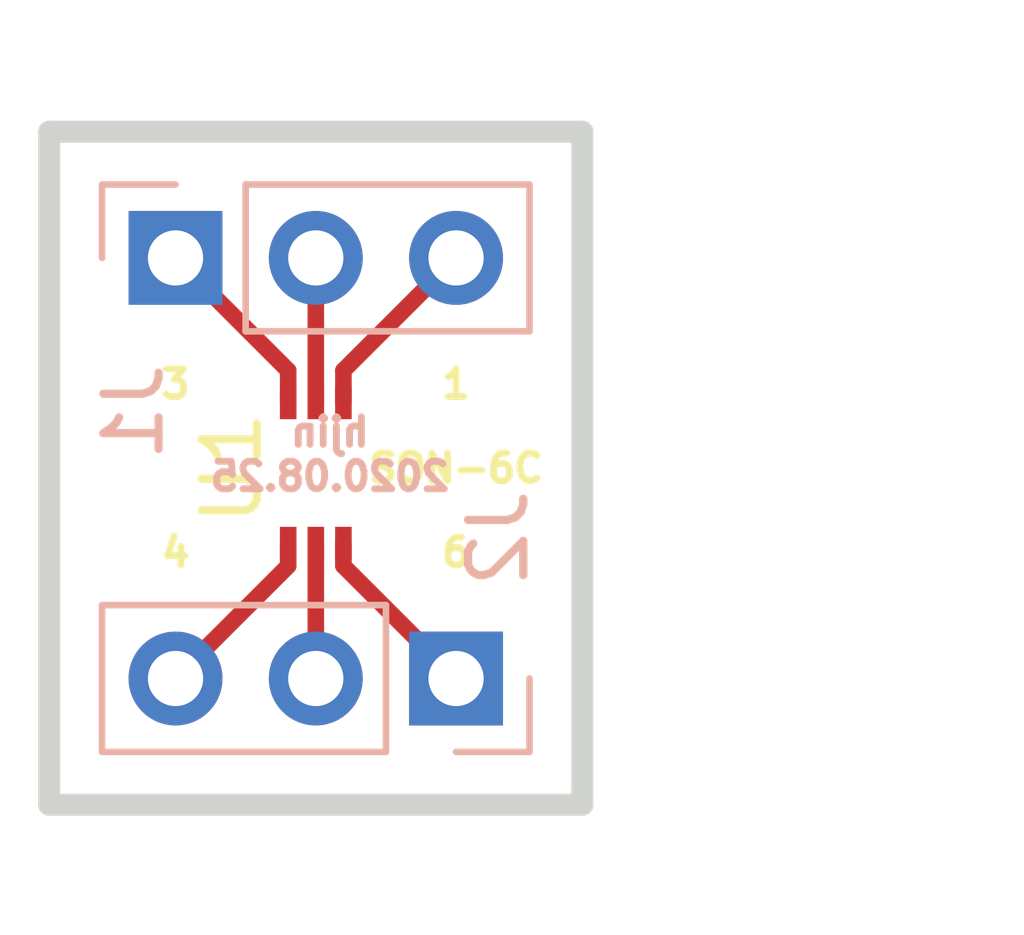
<source format=kicad_pcb>
(kicad_pcb (version 20171130) (host pcbnew "(5.1.6-0-10_14)")

  (general
    (thickness 1.6)
    (drawings 11)
    (tracks 10)
    (zones 0)
    (modules 3)
    (nets 7)
  )

  (page A4)
  (layers
    (0 F.Cu signal)
    (31 B.Cu signal)
    (32 B.Adhes user)
    (33 F.Adhes user)
    (34 B.Paste user)
    (35 F.Paste user)
    (36 B.SilkS user)
    (37 F.SilkS user)
    (38 B.Mask user)
    (39 F.Mask user)
    (40 Dwgs.User user)
    (41 Cmts.User user)
    (42 Eco1.User user)
    (43 Eco2.User user)
    (44 Edge.Cuts user)
    (45 Margin user)
    (46 B.CrtYd user)
    (47 F.CrtYd user)
    (48 B.Fab user)
    (49 F.Fab user)
  )

  (setup
    (last_trace_width 0.25)
    (trace_clearance 0.2)
    (zone_clearance 0.508)
    (zone_45_only no)
    (trace_min 0.2)
    (via_size 0.8)
    (via_drill 0.4)
    (via_min_size 0.4)
    (via_min_drill 0.3)
    (uvia_size 0.3)
    (uvia_drill 0.1)
    (uvias_allowed no)
    (uvia_min_size 0.2)
    (uvia_min_drill 0.1)
    (edge_width 0.05)
    (segment_width 0.2)
    (pcb_text_width 0.3)
    (pcb_text_size 1.5 1.5)
    (mod_edge_width 0.12)
    (mod_text_size 1 1)
    (mod_text_width 0.15)
    (pad_size 1.524 1.524)
    (pad_drill 0.762)
    (pad_to_mask_clearance 0.05)
    (aux_axis_origin 0 0)
    (visible_elements FFFFFF7F)
    (pcbplotparams
      (layerselection 0x010fc_ffffffff)
      (usegerberextensions true)
      (usegerberattributes true)
      (usegerberadvancedattributes true)
      (creategerberjobfile true)
      (excludeedgelayer true)
      (linewidth 0.100000)
      (plotframeref false)
      (viasonmask false)
      (mode 1)
      (useauxorigin false)
      (hpglpennumber 1)
      (hpglpenspeed 20)
      (hpglpendiameter 15.000000)
      (psnegative false)
      (psa4output false)
      (plotreference true)
      (plotvalue true)
      (plotinvisibletext false)
      (padsonsilk false)
      (subtractmaskfromsilk false)
      (outputformat 1)
      (mirror false)
      (drillshape 0)
      (scaleselection 1)
      (outputdirectory "gerber/"))
  )

  (net 0 "")
  (net 1 "Net-(J1-Pad3)")
  (net 2 "Net-(J1-Pad2)")
  (net 3 "Net-(J1-Pad1)")
  (net 4 "Net-(J2-Pad1)")
  (net 5 "Net-(J2-Pad2)")
  (net 6 "Net-(J2-Pad3)")

  (net_class Default "This is the default net class."
    (clearance 0.2)
    (trace_width 0.25)
    (via_dia 0.8)
    (via_drill 0.4)
    (uvia_dia 0.3)
    (uvia_drill 0.1)
    (add_net "Net-(J1-Pad1)")
    (add_net "Net-(J1-Pad2)")
    (add_net "Net-(J1-Pad3)")
    (add_net "Net-(J2-Pad1)")
    (add_net "Net-(J2-Pad2)")
    (add_net "Net-(J2-Pad3)")
  )

  (module Connector_PinHeader_2.54mm:PinHeader_1x03_P2.54mm_Vertical (layer B.Cu) (tedit 59FED5CC) (tstamp 5F456268)
    (at 142.24 60.96 270)
    (descr "Through hole straight pin header, 1x03, 2.54mm pitch, single row")
    (tags "Through hole pin header THT 1x03 2.54mm single row")
    (path /5F44BA5B)
    (fp_text reference J1 (at 2.794 0.762 270) (layer B.SilkS)
      (effects (font (size 1 1) (thickness 0.15)) (justify mirror))
    )
    (fp_text value Conn_01x03 (at 0 -7.41 270) (layer B.Fab)
      (effects (font (size 1 1) (thickness 0.15)) (justify mirror))
    )
    (fp_text user %R (at 0 -2.54) (layer B.Fab)
      (effects (font (size 1 1) (thickness 0.15)) (justify mirror))
    )
    (fp_line (start -0.635 1.27) (end 1.27 1.27) (layer B.Fab) (width 0.1))
    (fp_line (start 1.27 1.27) (end 1.27 -6.35) (layer B.Fab) (width 0.1))
    (fp_line (start 1.27 -6.35) (end -1.27 -6.35) (layer B.Fab) (width 0.1))
    (fp_line (start -1.27 -6.35) (end -1.27 0.635) (layer B.Fab) (width 0.1))
    (fp_line (start -1.27 0.635) (end -0.635 1.27) (layer B.Fab) (width 0.1))
    (fp_line (start -1.33 -6.41) (end 1.33 -6.41) (layer B.SilkS) (width 0.12))
    (fp_line (start -1.33 -1.27) (end -1.33 -6.41) (layer B.SilkS) (width 0.12))
    (fp_line (start 1.33 -1.27) (end 1.33 -6.41) (layer B.SilkS) (width 0.12))
    (fp_line (start -1.33 -1.27) (end 1.33 -1.27) (layer B.SilkS) (width 0.12))
    (fp_line (start -1.33 0) (end -1.33 1.33) (layer B.SilkS) (width 0.12))
    (fp_line (start -1.33 1.33) (end 0 1.33) (layer B.SilkS) (width 0.12))
    (fp_line (start -1.8 1.8) (end -1.8 -6.85) (layer B.CrtYd) (width 0.05))
    (fp_line (start -1.8 -6.85) (end 1.8 -6.85) (layer B.CrtYd) (width 0.05))
    (fp_line (start 1.8 -6.85) (end 1.8 1.8) (layer B.CrtYd) (width 0.05))
    (fp_line (start 1.8 1.8) (end -1.8 1.8) (layer B.CrtYd) (width 0.05))
    (pad 3 thru_hole oval (at 0 -5.08 270) (size 1.7 1.7) (drill 1) (layers *.Cu *.Mask)
      (net 1 "Net-(J1-Pad3)"))
    (pad 2 thru_hole oval (at 0 -2.54 270) (size 1.7 1.7) (drill 1) (layers *.Cu *.Mask)
      (net 2 "Net-(J1-Pad2)"))
    (pad 1 thru_hole rect (at 0 0 270) (size 1.7 1.7) (drill 1) (layers *.Cu *.Mask)
      (net 3 "Net-(J1-Pad1)"))
    (model ${KISYS3DMOD}/Connector_PinHeader_2.54mm.3dshapes/PinHeader_1x03_P2.54mm_Vertical.wrl
      (at (xyz 0 0 0))
      (scale (xyz 1 1 1))
      (rotate (xyz 0 0 0))
    )
  )

  (module Connector_PinHeader_2.54mm:PinHeader_1x03_P2.54mm_Vertical (layer B.Cu) (tedit 59FED5CC) (tstamp 5F45661F)
    (at 147.32 68.58 90)
    (descr "Through hole straight pin header, 1x03, 2.54mm pitch, single row")
    (tags "Through hole pin header THT 1x03 2.54mm single row")
    (path /5F44B190)
    (fp_text reference J2 (at 2.54 0.762 -90) (layer B.SilkS)
      (effects (font (size 1 1) (thickness 0.15)) (justify mirror))
    )
    (fp_text value Conn_01x03 (at 0 -7.41 -90) (layer B.Fab)
      (effects (font (size 1 1) (thickness 0.15)) (justify mirror))
    )
    (fp_line (start 1.8 1.8) (end -1.8 1.8) (layer B.CrtYd) (width 0.05))
    (fp_line (start 1.8 -6.85) (end 1.8 1.8) (layer B.CrtYd) (width 0.05))
    (fp_line (start -1.8 -6.85) (end 1.8 -6.85) (layer B.CrtYd) (width 0.05))
    (fp_line (start -1.8 1.8) (end -1.8 -6.85) (layer B.CrtYd) (width 0.05))
    (fp_line (start -1.33 1.33) (end 0 1.33) (layer B.SilkS) (width 0.12))
    (fp_line (start -1.33 0) (end -1.33 1.33) (layer B.SilkS) (width 0.12))
    (fp_line (start -1.33 -1.27) (end 1.33 -1.27) (layer B.SilkS) (width 0.12))
    (fp_line (start 1.33 -1.27) (end 1.33 -6.41) (layer B.SilkS) (width 0.12))
    (fp_line (start -1.33 -1.27) (end -1.33 -6.41) (layer B.SilkS) (width 0.12))
    (fp_line (start -1.33 -6.41) (end 1.33 -6.41) (layer B.SilkS) (width 0.12))
    (fp_line (start -1.27 0.635) (end -0.635 1.27) (layer B.Fab) (width 0.1))
    (fp_line (start -1.27 -6.35) (end -1.27 0.635) (layer B.Fab) (width 0.1))
    (fp_line (start 1.27 -6.35) (end -1.27 -6.35) (layer B.Fab) (width 0.1))
    (fp_line (start 1.27 1.27) (end 1.27 -6.35) (layer B.Fab) (width 0.1))
    (fp_line (start -0.635 1.27) (end 1.27 1.27) (layer B.Fab) (width 0.1))
    (fp_text user %R (at 0 -2.54) (layer B.Fab)
      (effects (font (size 1 1) (thickness 0.15)) (justify mirror))
    )
    (pad 1 thru_hole rect (at 0 0 90) (size 1.7 1.7) (drill 1) (layers *.Cu *.Mask)
      (net 4 "Net-(J2-Pad1)"))
    (pad 2 thru_hole oval (at 0 -2.54 90) (size 1.7 1.7) (drill 1) (layers *.Cu *.Mask)
      (net 5 "Net-(J2-Pad2)"))
    (pad 3 thru_hole oval (at 0 -5.08 90) (size 1.7 1.7) (drill 1) (layers *.Cu *.Mask)
      (net 6 "Net-(J2-Pad3)"))
    (model ${KISYS3DMOD}/Connector_PinHeader_2.54mm.3dshapes/PinHeader_1x03_P2.54mm_Vertical.wrl
      (at (xyz 0 0 0))
      (scale (xyz 1 1 1))
      (rotate (xyz 0 0 0))
    )
  )

  (module hjin:SON-6C (layer F.Cu) (tedit 5F44AF58) (tstamp 5F456289)
    (at 145.28 65.532 180)
    (path /5F449EB8)
    (fp_text reference U1 (at 2.024 0.762 90) (layer F.SilkS)
      (effects (font (size 1 1) (thickness 0.15)))
    )
    (fp_text value S-5420 (at 0 -2.8) (layer F.Fab)
      (effects (font (size 1 1) (thickness 0.15)))
    )
    (pad 1 smd rect (at 0 1.95 180) (size 0.3 0.6) (layers F.Cu F.Paste F.Mask)
      (net 1 "Net-(J1-Pad3)"))
    (pad 2 smd rect (at 0.5 1.95 180) (size 0.3 0.6) (layers F.Cu F.Paste F.Mask)
      (net 2 "Net-(J1-Pad2)"))
    (pad 3 smd rect (at 1 1.95 180) (size 0.3 0.6) (layers F.Cu F.Paste F.Mask)
      (net 3 "Net-(J1-Pad1)"))
    (pad 6 smd rect (at 0 -0.6 180) (size 0.3 0.6) (layers F.Cu F.Paste F.Mask)
      (net 4 "Net-(J2-Pad1)"))
    (pad 5 smd rect (at 0.5 -0.6 180) (size 0.3 0.6) (layers F.Cu F.Paste F.Mask)
      (net 5 "Net-(J2-Pad2)"))
    (pad 4 smd rect (at 1 -0.6 180) (size 0.3 0.6) (layers F.Cu F.Paste F.Mask)
      (net 6 "Net-(J2-Pad3)"))
  )

  (gr_line (start 139.954 70.866) (end 139.954 58.674) (layer Edge.Cuts) (width 0.4) (tstamp 5F4566C1))
  (gr_line (start 149.606 70.866) (end 139.954 70.866) (layer Edge.Cuts) (width 0.4))
  (gr_line (start 149.606 58.674) (end 149.606 70.866) (layer Edge.Cuts) (width 0.4))
  (gr_line (start 139.954 58.674) (end 149.606 58.674) (layer Edge.Cuts) (width 0.4))
  (gr_text "hjin\n2020.08.25" (at 145.034 64.516) (layer B.SilkS)
    (effects (font (size 0.5 0.5) (thickness 0.125)) (justify mirror))
  )
  (gr_text SON-6C (at 147.32 64.77) (layer F.SilkS)
    (effects (font (size 0.5 0.5) (thickness 0.125)))
  )
  (gr_text 6 (at 147.32 66.294) (layer F.SilkS)
    (effects (font (size 0.5 0.5) (thickness 0.125)))
  )
  (gr_text 4 (at 142.24 66.294) (layer F.SilkS)
    (effects (font (size 0.5 0.5) (thickness 0.125)))
  )
  (gr_text 3 (at 142.24 63.246) (layer F.SilkS)
    (effects (font (size 0.5 0.5) (thickness 0.125)))
  )
  (gr_text 1 (at 147.32 63.246) (layer F.SilkS)
    (effects (font (size 0.5 0.5) (thickness 0.125)))
  )
  (dimension 7.62 (width 0.15) (layer Dwgs.User)
    (gr_text "0.3000 in" (at 156.24 64.77 270) (layer Dwgs.User)
      (effects (font (size 1 1) (thickness 0.15)))
    )
    (feature1 (pts (xy 152.4 68.58) (xy 155.526421 68.58)))
    (feature2 (pts (xy 152.4 60.96) (xy 155.526421 60.96)))
    (crossbar (pts (xy 154.94 60.96) (xy 154.94 68.58)))
    (arrow1a (pts (xy 154.94 68.58) (xy 154.353579 67.453496)))
    (arrow1b (pts (xy 154.94 68.58) (xy 155.526421 67.453496)))
    (arrow2a (pts (xy 154.94 60.96) (xy 154.353579 62.086504)))
    (arrow2b (pts (xy 154.94 60.96) (xy 155.526421 62.086504)))
  )

  (segment (start 145.28 63) (end 147.32 60.96) (width 0.3) (layer F.Cu) (net 1))
  (segment (start 145.28 63.582) (end 145.28 63) (width 0.3) (layer F.Cu) (net 1))
  (segment (start 144.78 63.582) (end 144.78 60.96) (width 0.3) (layer F.Cu) (net 2))
  (segment (start 144.28 63) (end 142.24 60.96) (width 0.3) (layer F.Cu) (net 3))
  (segment (start 144.28 63.582) (end 144.28 63) (width 0.3) (layer F.Cu) (net 3))
  (segment (start 145.28 66.54) (end 147.32 68.58) (width 0.3) (layer F.Cu) (net 4))
  (segment (start 145.28 66.132) (end 145.28 66.54) (width 0.3) (layer F.Cu) (net 4))
  (segment (start 144.78 66.132) (end 144.78 68.58) (width 0.3) (layer F.Cu) (net 5))
  (segment (start 144.28 66.54) (end 142.24 68.58) (width 0.3) (layer F.Cu) (net 6))
  (segment (start 144.28 66.132) (end 144.28 66.54) (width 0.3) (layer F.Cu) (net 6))

)

</source>
